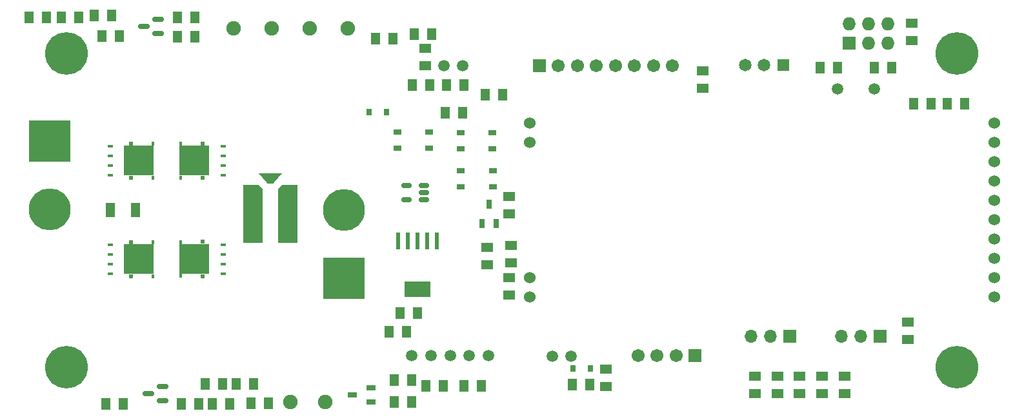
<source format=gbr>
%TF.GenerationSoftware,KiCad,Pcbnew,7.0.7*%
%TF.CreationDate,2024-03-21T09:31:29-04:00*%
%TF.ProjectId,BMB,424d422e-6b69-4636-9164-5f7063625858,rev?*%
%TF.SameCoordinates,Original*%
%TF.FileFunction,Soldermask,Top*%
%TF.FilePolarity,Negative*%
%FSLAX46Y46*%
G04 Gerber Fmt 4.6, Leading zero omitted, Abs format (unit mm)*
G04 Created by KiCad (PCBNEW 7.0.7) date 2024-03-21 09:31:29*
%MOMM*%
%LPD*%
G01*
G04 APERTURE LIST*
G04 Aperture macros list*
%AMRoundRect*
0 Rectangle with rounded corners*
0 $1 Rounding radius*
0 $2 $3 $4 $5 $6 $7 $8 $9 X,Y pos of 4 corners*
0 Add a 4 corners polygon primitive as box body*
4,1,4,$2,$3,$4,$5,$6,$7,$8,$9,$2,$3,0*
0 Add four circle primitives for the rounded corners*
1,1,$1+$1,$2,$3*
1,1,$1+$1,$4,$5*
1,1,$1+$1,$6,$7*
1,1,$1+$1,$8,$9*
0 Add four rect primitives between the rounded corners*
20,1,$1+$1,$2,$3,$4,$5,0*
20,1,$1+$1,$4,$5,$6,$7,0*
20,1,$1+$1,$6,$7,$8,$9,0*
20,1,$1+$1,$8,$9,$2,$3,0*%
%AMOutline4P*
0 Free polygon, 4 corners , with rotation*
0 The origin of the aperture is its center*
0 number of corners: always 4*
0 $1 to $8 corner X, Y*
0 $9 Rotation angle, in degrees counterclockwise*
0 create outline with 4 corners*
4,1,4,$1,$2,$3,$4,$5,$6,$7,$8,$1,$2,$9*%
%AMOutline5P*
0 Free polygon, 5 corners , with rotation*
0 The origin of the aperture is its center*
0 number of corners: always 5*
0 $1 to $10 corner X, Y*
0 $11 Rotation angle, in degrees counterclockwise*
0 create outline with 5 corners*
4,1,5,$1,$2,$3,$4,$5,$6,$7,$8,$9,$10,$1,$2,$11*%
%AMOutline6P*
0 Free polygon, 6 corners , with rotation*
0 The origin of the aperture is its center*
0 number of corners: always 6*
0 $1 to $12 corner X, Y*
0 $13 Rotation angle, in degrees counterclockwise*
0 create outline with 6 corners*
4,1,6,$1,$2,$3,$4,$5,$6,$7,$8,$9,$10,$11,$12,$1,$2,$13*%
%AMOutline7P*
0 Free polygon, 7 corners , with rotation*
0 The origin of the aperture is its center*
0 number of corners: always 7*
0 $1 to $14 corner X, Y*
0 $15 Rotation angle, in degrees counterclockwise*
0 create outline with 7 corners*
4,1,7,$1,$2,$3,$4,$5,$6,$7,$8,$9,$10,$11,$12,$13,$14,$1,$2,$15*%
%AMOutline8P*
0 Free polygon, 8 corners , with rotation*
0 The origin of the aperture is its center*
0 number of corners: always 8*
0 $1 to $16 corner X, Y*
0 $17 Rotation angle, in degrees counterclockwise*
0 create outline with 8 corners*
4,1,8,$1,$2,$3,$4,$5,$6,$7,$8,$9,$10,$11,$12,$13,$14,$15,$16,$1,$2,$17*%
G04 Aperture macros list end*
%ADD10R,1.270000X1.524000*%
%ADD11C,1.905000*%
%ADD12C,5.500000*%
%ADD13R,5.500000X5.500000*%
%ADD14C,5.600000*%
%ADD15R,0.635000X0.838200*%
%ADD16R,1.270000X1.905000*%
%ADD17RoundRect,0.102500X-0.257500X-0.102500X0.257500X-0.102500X0.257500X0.102500X-0.257500X0.102500X0*%
%ADD18R,0.510000X0.585000*%
%ADD19R,3.990000X3.960000*%
%ADD20R,0.410000X0.470000*%
%ADD21R,1.041400X0.660400*%
%ADD22R,1.524000X1.270000*%
%ADD23RoundRect,0.150000X0.587500X0.150000X-0.587500X0.150000X-0.587500X-0.150000X0.587500X-0.150000X0*%
%ADD24R,1.727200X1.727200*%
%ADD25O,1.727200X1.727200*%
%ADD26RoundRect,0.102500X0.257500X0.102500X-0.257500X0.102500X-0.257500X-0.102500X0.257500X-0.102500X0*%
%ADD27C,1.524000*%
%ADD28R,0.800100X1.300860*%
%ADD29R,1.300860X0.800100*%
%ADD30RoundRect,0.150000X0.512500X0.150000X-0.512500X0.150000X-0.512500X-0.150000X0.512500X-0.150000X0*%
%ADD31R,0.600000X2.200000*%
%ADD32R,3.450000X2.150000*%
%ADD33Outline5P,-3.810000X1.270000X3.810000X1.270000X3.810000X-1.270000X-3.302000X-1.270000X-3.810000X-0.762000X270.000000*%
%ADD34Outline4P,-1.514475X-0.663575X1.514475X-0.663575X0.371475X0.663575X-0.371475X0.663575X180.000000*%
%ADD35Outline5P,-3.810000X0.762000X-3.302000X1.270000X3.810000X1.270000X3.810000X-1.270000X-3.810000X-1.270000X270.000000*%
%ADD36C,1.498600*%
%ADD37C,1.501140*%
%ADD38RoundRect,0.102000X-0.754000X-0.754000X0.754000X-0.754000X0.754000X0.754000X-0.754000X0.754000X0*%
%ADD39C,1.712000*%
%ADD40RoundRect,0.102000X0.754000X0.754000X-0.754000X0.754000X-0.754000X-0.754000X0.754000X-0.754000X0*%
%ADD41R,1.700000X1.700000*%
%ADD42O,1.700000X1.700000*%
%ADD43R,1.650000X1.650000*%
%ADD44C,1.650000*%
G04 APERTURE END LIST*
D10*
%TO.C,D8*%
X217627200Y-86360000D03*
X215341200Y-86360000D03*
%TD*%
%TO.C,C20*%
X99060000Y-75057000D03*
X101346000Y-75057000D03*
%TD*%
D11*
%TO.C,FUSE1*%
X121666000Y-76454000D03*
%TD*%
D12*
%TO.C,PACK1*%
X97536000Y-100258000D03*
D13*
X97536000Y-91258000D03*
%TD*%
D10*
%TO.C,C1*%
X149428200Y-87579200D03*
X151714200Y-87579200D03*
%TD*%
%TO.C,C22*%
X117932200Y-123190000D03*
X120218200Y-123190000D03*
%TD*%
%TO.C,C38*%
X142113000Y-116332000D03*
X144399000Y-116332000D03*
%TD*%
D11*
%TO.C,12V1*%
X136652000Y-76454000D03*
%TD*%
D14*
%TO.C,Mount1*%
X99745800Y-79756000D03*
%TD*%
%TO.C,Mount2*%
X99745800Y-121031000D03*
%TD*%
D15*
%TO.C,U3*%
X141706600Y-87503000D03*
X139471400Y-87503000D03*
%TD*%
D16*
%TO.C,TH1*%
X108839000Y-100330000D03*
X105537000Y-100330000D03*
%TD*%
D17*
%TO.C,U10*%
X105483100Y-91948200D03*
X105483100Y-93218200D03*
X105483100Y-94488200D03*
X105483100Y-95758200D03*
D18*
X108198100Y-91580700D03*
X108198100Y-96125700D03*
D19*
X109278100Y-93853200D03*
D20*
X111068100Y-91638200D03*
X111068100Y-96068200D03*
%TD*%
D10*
%TO.C,R13*%
X154686000Y-85217000D03*
X156972000Y-85217000D03*
%TD*%
D21*
%TO.C,WAKE1*%
X143213000Y-90085600D03*
X147363000Y-90085600D03*
X143213000Y-92235600D03*
X147363000Y-92235600D03*
%TD*%
D22*
%TO.C,D2*%
X195961000Y-124485400D03*
X195961000Y-122199400D03*
%TD*%
D10*
%TO.C,R31*%
X104902000Y-125857000D03*
X107188000Y-125857000D03*
%TD*%
D22*
%TO.C,C10*%
X158089600Y-104978200D03*
X158089600Y-107264200D03*
%TD*%
%TO.C,D6*%
X201857400Y-124485400D03*
X201857400Y-122199400D03*
%TD*%
%TO.C,R38*%
X170561000Y-123571000D03*
X170561000Y-121285000D03*
%TD*%
D10*
%TO.C,C26*%
X145110200Y-83870800D03*
X147396200Y-83870800D03*
%TD*%
D23*
%TO.C,U12*%
X112395000Y-125410000D03*
X112395000Y-123510000D03*
X110520000Y-124460000D03*
%TD*%
D22*
%TO.C,R49*%
X146812000Y-79121000D03*
X146812000Y-81407000D03*
%TD*%
%TO.C,D5*%
X193014600Y-124485400D03*
X193014600Y-122199400D03*
%TD*%
%TO.C,C17*%
X157861000Y-100838000D03*
X157861000Y-98552000D03*
%TD*%
D21*
%TO.C,MCU_RES1*%
X151526600Y-95132000D03*
X155676600Y-95132000D03*
X151526600Y-97282000D03*
X155676600Y-97282000D03*
%TD*%
D10*
%TO.C,R17*%
X146939000Y-123444000D03*
X149225000Y-123444000D03*
%TD*%
%TO.C,R23*%
X213233000Y-86360000D03*
X210947000Y-86360000D03*
%TD*%
%TO.C,R19*%
X151917400Y-123444000D03*
X154203400Y-123444000D03*
%TD*%
D22*
%TO.C,R45*%
X210693000Y-75819000D03*
X210693000Y-78105000D03*
%TD*%
D11*
%TO.C,3.3V1*%
X131656666Y-76454000D03*
%TD*%
D10*
%TO.C,R30*%
X103378000Y-74803000D03*
X105664000Y-74803000D03*
%TD*%
%TO.C,R26*%
X145415000Y-77216000D03*
X147701000Y-77216000D03*
%TD*%
D24*
%TO.C,PROG1*%
X202428000Y-78364000D03*
D25*
X202428000Y-75824000D03*
X204968000Y-78364000D03*
X204968000Y-75824000D03*
X207508000Y-78364000D03*
X207508000Y-75824000D03*
%TD*%
D21*
%TO.C,DISP1*%
X151518800Y-90161800D03*
X155668800Y-90161800D03*
X151518800Y-92311800D03*
X155668800Y-92311800D03*
%TD*%
D10*
%TO.C,R24*%
X123952000Y-125730000D03*
X126238000Y-125730000D03*
%TD*%
%TO.C,C23*%
X122021600Y-123164600D03*
X124307600Y-123164600D03*
%TD*%
D26*
%TO.C,U5*%
X120322900Y-95757800D03*
X120322900Y-94487800D03*
X120322900Y-93217800D03*
X120322900Y-91947800D03*
D18*
X117607900Y-96125300D03*
X117607900Y-91580300D03*
D19*
X116527900Y-93852800D03*
D20*
X114737900Y-96067800D03*
X114737900Y-91637800D03*
%TD*%
D22*
%TO.C,C16*%
X157835600Y-109194600D03*
X157835600Y-111480600D03*
%TD*%
D10*
%TO.C,C24*%
X198602600Y-81661000D03*
X200888600Y-81661000D03*
%TD*%
D27*
%TO.C,U8*%
X221488000Y-111760000D03*
X221488000Y-109220000D03*
X221488000Y-106680000D03*
X221488000Y-104140000D03*
X221488000Y-101600000D03*
X221488000Y-99060000D03*
X221488000Y-96520000D03*
X221488000Y-93980000D03*
X221488000Y-91440000D03*
X221488000Y-88900000D03*
X160528000Y-88900000D03*
X160528000Y-91440000D03*
X160528000Y-109220000D03*
X160528000Y-111760000D03*
%TD*%
D23*
%TO.C,U11*%
X111760000Y-77150000D03*
X111760000Y-75250000D03*
X109885000Y-76200000D03*
%TD*%
D10*
%TO.C,R10*%
X143510000Y-113919000D03*
X145796000Y-113919000D03*
%TD*%
%TO.C,C15*%
X145034000Y-122707400D03*
X142748000Y-122707400D03*
%TD*%
D17*
%TO.C,U9*%
X105483100Y-104902200D03*
X105483100Y-106172200D03*
X105483100Y-107442200D03*
X105483100Y-108712200D03*
D18*
X108198100Y-104534700D03*
X108198100Y-109079700D03*
D19*
X109278100Y-106807200D03*
D20*
X111068100Y-104592200D03*
X111068100Y-109022200D03*
%TD*%
D14*
%TO.C,Mount3*%
X216585800Y-79756000D03*
%TD*%
D28*
%TO.C,Q1*%
X155194000Y-99586860D03*
X154244000Y-102089140D03*
X156144000Y-102089140D03*
%TD*%
D11*
%TO.C,Vin1*%
X126661333Y-76454000D03*
%TD*%
D10*
%TO.C,C19*%
X94869000Y-75057000D03*
X97155000Y-75057000D03*
%TD*%
%TO.C,R18*%
X142798800Y-125603000D03*
X145084800Y-125603000D03*
%TD*%
%TO.C,R21*%
X114300000Y-77597000D03*
X116586000Y-77597000D03*
%TD*%
D22*
%TO.C,R11*%
X154940000Y-105283000D03*
X154940000Y-107569000D03*
%TD*%
D10*
%TO.C,R22*%
X140335000Y-77851000D03*
X142621000Y-77851000D03*
%TD*%
D22*
%TO.C,C29*%
X183261000Y-82042000D03*
X183261000Y-84328000D03*
%TD*%
D10*
%TO.C,R36*%
X114300000Y-75057000D03*
X116586000Y-75057000D03*
%TD*%
D29*
%TO.C,Q3*%
X137223120Y-124653000D03*
X139725400Y-125603000D03*
X139725400Y-123703000D03*
%TD*%
D14*
%TO.C,Mount4*%
X216585800Y-121031000D03*
%TD*%
D11*
%TO.C,GNDPWR1*%
X129133600Y-125603000D03*
%TD*%
D10*
%TO.C,C25*%
X208051400Y-81661000D03*
X205765400Y-81661000D03*
%TD*%
D30*
%TO.C,U1*%
X146679500Y-98994000D03*
X146679500Y-98044000D03*
X146679500Y-97094000D03*
X144404500Y-97094000D03*
X144404500Y-98994000D03*
%TD*%
D10*
%TO.C,R41*%
X168402000Y-123317000D03*
X166116000Y-123317000D03*
%TD*%
D26*
%TO.C,U6*%
X120322900Y-108698500D03*
X120322900Y-107428500D03*
X120322900Y-106158500D03*
X120322900Y-104888500D03*
D18*
X117607900Y-109066000D03*
X117607900Y-104521000D03*
D19*
X116527900Y-106793500D03*
D20*
X114737900Y-109008500D03*
X114737900Y-104578500D03*
%TD*%
D15*
%TO.C,U15*%
X166243000Y-121158000D03*
X168478200Y-121158000D03*
%TD*%
D10*
%TO.C,R34*%
X114833400Y-125780800D03*
X117119400Y-125780800D03*
%TD*%
D22*
%TO.C,C9*%
X210185000Y-115062000D03*
X210185000Y-117348000D03*
%TD*%
D10*
%TO.C,R37*%
X151866600Y-83870800D03*
X149580600Y-83870800D03*
%TD*%
D31*
%TO.C,U21*%
X148336000Y-104431500D03*
X147066000Y-104431500D03*
X145796000Y-104431500D03*
X144526000Y-104431500D03*
X143256000Y-104431500D03*
D32*
X145796000Y-110731500D03*
%TD*%
D10*
%TO.C,R20*%
X118872000Y-125857000D03*
X121158000Y-125857000D03*
%TD*%
D11*
%TO.C,BAT-1*%
X133680200Y-125603000D03*
%TD*%
D22*
%TO.C,D3*%
X190068200Y-124485400D03*
X190068200Y-122199400D03*
%TD*%
D12*
%TO.C,BAT1*%
X136144000Y-100330000D03*
D13*
X136144000Y-109330000D03*
%TD*%
D33*
%TO.C,U4*%
X128765300Y-100799900D03*
D34*
X126504700Y-96148525D03*
D35*
X124244100Y-100799900D03*
%TD*%
D22*
%TO.C,D4*%
X198907400Y-124485400D03*
X198907400Y-122199400D03*
%TD*%
D10*
%TO.C,D1*%
X106680000Y-77470000D03*
X104394000Y-77470000D03*
%TD*%
D36*
%TO.C,SYS_PRES1*%
X149275800Y-81407000D03*
X151775799Y-81407000D03*
%TD*%
D37*
%TO.C,Y1*%
X205793340Y-84455000D03*
X200911460Y-84455000D03*
%TD*%
D38*
%TO.C,THERMS1*%
X161782850Y-81326600D03*
D39*
X164282850Y-81326600D03*
X166782850Y-81326600D03*
X169282850Y-81326600D03*
X171782850Y-81326600D03*
X174282850Y-81326600D03*
X176782850Y-81326600D03*
X179282850Y-81326600D03*
%TD*%
D40*
%TO.C,SMBUS_OUT1*%
X182227150Y-119435000D03*
D39*
X179727150Y-119435000D03*
X177227150Y-119435000D03*
X174727150Y-119435000D03*
%TD*%
D36*
%TO.C,BALANCE1*%
X155088600Y-119463500D03*
X152588600Y-119463500D03*
X150088600Y-119463500D03*
X147588600Y-119463500D03*
X145088600Y-119463500D03*
%TD*%
D41*
%TO.C,SMBC_SEL1*%
X194625200Y-116941600D03*
D42*
X192085200Y-116941600D03*
X189545200Y-116941600D03*
%TD*%
D43*
%TO.C,SERIAL_OUT1*%
X193798200Y-81254600D03*
D44*
X191298200Y-81254600D03*
X188798200Y-81254600D03*
%TD*%
D36*
%TO.C,REED1*%
X165974399Y-119532400D03*
X163474400Y-119532400D03*
%TD*%
D41*
%TO.C,SMBD_SEL1*%
X206527400Y-116941600D03*
D42*
X203987400Y-116941600D03*
X201447400Y-116941600D03*
%TD*%
M02*

</source>
